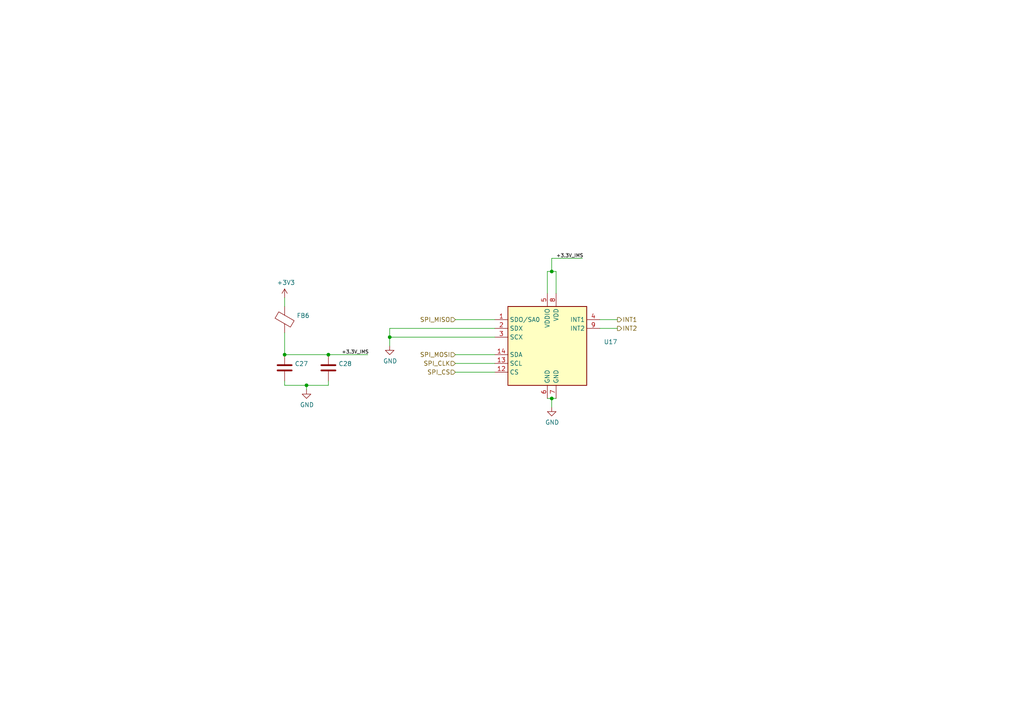
<source format=kicad_sch>
(kicad_sch (version 20211123) (generator eeschema)
  (paper "A4")
  (title_block (title "Accelerometer and Gyroscope"))
  (lib_symbols
    (symbol "Device:C" (pin_numbers hide) (pin_names (offset 0.254))
      (property "Reference" "C" (at 0.635 2.54 0))
      (property "Value" "C" (at 0.635 -2.54 0))
      (symbol "C_0_1"
        (polyline (pts (xy -2.032 -0.762) (xy 2.032 -0.762)) (stroke (width 0.508)))
        (polyline (pts (xy -2.032 0.762) (xy 2.032 0.762)) (stroke (width 0.508)))
      )
      (symbol "C_1_1"
        (pin passive line (at 0 3.81 270) (length 2.794) (name "~") (number "1"))
        (pin passive line (at 0 -3.81 90) (length 2.794) (name "~") (number "2"))
      )
    )
    (symbol "karta_pomiarowa_v2-rescue:+3.3V-power" (power) (pin_names (offset 0))
      (property "Value" "+3.3V-power" (at 0 3.556 0))
      (symbol "+3.3V-power_0_1"
        (polyline (pts (xy -0.762 1.27) (xy 0 2.54)))
        (polyline (pts (xy 0 0) (xy 0 2.54)))
        (polyline (pts (xy 0 2.54) (xy 0.762 1.27)))
      )
      (symbol "+3.3V-power_1_1"
        (pin power_in line (at 0 0 90) (length 0) hide (name "+3V3") (number "1"))
      )
    )
    (symbol "karta_pomiarowa_v2-rescue:Ferrite_Bead-Device" (pin_numbers hide) (pin_names (offset 0))
      (property "Reference" "FB" (at -3.81 0.635 90))
      (property "Value" "Ferrite_Bead-Device" (at 3.81 0 90))
      (symbol "Ferrite_Bead-Device_0_1"
        (polyline (pts (xy 0 -1.27) (xy 0 -1.2192)))
        (polyline (pts (xy 0 1.27) (xy 0 1.2954)))
        (polyline (pts (xy -2.7686 0.4064) (xy -1.7018 2.2606) (xy 2.7686 -0.3048) (xy 1.6764 -2.159) (xy -2.7686 0.4064)))
      )
      (symbol "Ferrite_Bead-Device_1_1"
        (pin passive line (at 0 3.81 270) (length 2.54) (name "~") (number "1"))
        (pin passive line (at 0 -3.81 90) (length 2.54) (name "~") (number "2"))
      )
    )
    (symbol "karta_pomiarowa_v2-rescue:LSM6DS3-Sensor_Motionn"
      (property "Reference" "U" (at -11.43 15.24 0))
      (property "Value" "LSM6DS3-Sensor_Motionn" (at -11.43 12.7 0))
      (symbol "LSM6DS3-Sensor_Motionn_0_1"
        (rectangle (start 11.43 11.43) (end -11.43 -11.43) (stroke (width 0.254)) (fill (type background)))
      )
      (symbol "LSM6DS3-Sensor_Motionn_1_1"
        (pin bidirectional line (at -15.24 7.62 0) (length 3.81) (name "SDO/SA0") (number "1"))
        (pin no_connect line (at 10.16 -5.08 180) (length 3.81) hide (name "NC") (number "10"))
        (pin no_connect line (at 10.16 -2.54 180) (length 3.81) hide (name "NC") (number "11"))
        (pin input line (at -15.24 -7.62 0) (length 3.81) (name "CS") (number "12"))
        (pin input line (at -15.24 -5.08 0) (length 3.81) (name "SCL") (number "13"))
        (pin bidirectional line (at -15.24 -2.54 0) (length 3.81) (name "SDA") (number "14"))
        (pin power_in line (at -15.24 5.08 0) (length 3.81) (name "SDX") (number "2"))
        (pin power_in line (at -15.24 2.54 0) (length 3.81) (name "SCX") (number "3"))
        (pin output line (at 15.24 7.62 180) (length 3.81) (name "INT1") (number "4"))
        (pin power_in line (at 0 15.24 270) (length 3.81) (name "VDDIO") (number "5"))
        (pin power_in line (at 0 -15.24 90) (length 3.81) (name "GND") (number "6"))
        (pin power_in line (at 2.54 -15.24 90) (length 3.81) (name "GND") (number "7"))
        (pin power_in line (at 2.54 15.24 270) (length 3.81) (name "VDD") (number "8"))
        (pin output line (at 15.24 5.08 180) (length 3.81) (name "INT2") (number "9"))
      )
    )
    (symbol "power:GND" (power) (pin_names (offset 0))
      (property "Value" "GND" (at 0 -3.81 0))
      (symbol "GND_0_1"
        (polyline (pts (xy 0 0) (xy 0 -1.27) (xy 1.27 -1.27) (xy 0 -2.54) (xy -1.27 -1.27) (xy 0 -1.27)))
      )
      (symbol "GND_1_1"
        (pin power_in line (at 0 0 270) (length 0) hide (name "GND") (number "1"))
      )
    )
  )
  (junction (at 82.55 102.87))
  (junction (at 160.02 78.74))
  (junction (at 95.25 102.87))
  (junction (at 160.02 115.57))
  (junction (at 88.9 111.76))
  (junction (at 113.03 97.79))
  (wire (pts (xy 95.25 102.87) (xy 106.68 102.87)))
  (wire (pts (xy 82.55 111.76) (xy 82.55 110.49)))
  (wire (pts (xy 82.55 86.36) (xy 82.55 88.9)))
  (wire (pts (xy 113.03 97.79) (xy 113.03 100.33)))
  (wire (pts (xy 143.51 107.95) (xy 132.08 107.95)))
  (wire (pts (xy 113.03 95.25) (xy 113.03 97.79)))
  (wire (pts (xy 143.51 97.79) (xy 113.03 97.79)))
  (wire (pts (xy 161.29 85.09) (xy 161.29 78.74)))
  (wire (pts (xy 143.51 95.25) (xy 113.03 95.25)))
  (wire (pts (xy 88.9 113.03) (xy 88.9 111.76)))
  (wire (pts (xy 160.02 115.57) (xy 158.75 115.57)))
  (wire (pts (xy 95.25 110.49) (xy 95.25 111.76)))
  (wire (pts (xy 95.25 111.76) (xy 88.9 111.76)))
  (wire (pts (xy 82.55 102.87) (xy 95.25 102.87)))
  (wire (pts (xy 160.02 115.57) (xy 160.02 118.11)))
  (wire (pts (xy 158.75 78.74) (xy 158.75 85.09)))
  (wire (pts (xy 173.99 92.71) (xy 179.07 92.71)))
  (wire (pts (xy 132.08 92.71) (xy 143.51 92.71)))
  (wire (pts (xy 160.02 74.93) (xy 168.91 74.93)))
  (wire (pts (xy 160.02 78.74) (xy 160.02 74.93)))
  (wire (pts (xy 161.29 78.74) (xy 160.02 78.74)))
  (wire (pts (xy 143.51 105.41) (xy 132.08 105.41)))
  (wire (pts (xy 160.02 78.74) (xy 158.75 78.74)))
  (wire (pts (xy 173.99 95.25) (xy 179.07 95.25)))
  (wire (pts (xy 143.51 102.87) (xy 132.08 102.87)))
  (wire (pts (xy 82.55 96.52) (xy 82.55 102.87)))
  (wire (pts (xy 161.29 115.57) (xy 160.02 115.57)))
  (wire (pts (xy 88.9 111.76) (xy 82.55 111.76)))
  (label "+3.3V_IMS" (at 161.29 74.93 0) (effects (font (size 0.9906 0.9906))))
  (label "+3.3V_IMS" (at 99.06 102.87 0) (effects (font (size 0.9906 0.9906))))
  (hierarchical_label "SPI_MOSI" (shape input) (at 132.08 102.87 180))
  (hierarchical_label "SPI_CS" (shape input) (at 132.08 107.95 180))
  (hierarchical_label "INT1" (shape output) (at 179.07 92.71 0))
  (hierarchical_label "INT2" (shape output) (at 179.07 95.25 0))
  (hierarchical_label "SPI_MISO" (shape input) (at 132.08 92.71 180))
  (hierarchical_label "SPI_CLK" (shape input) (at 132.08 105.41 180))
  (symbol (lib_id "power:GND") (at 88.9 113.03 0) (unit 1)
    (property "Reference" "#PWR071" (effects hide))
  )
  (symbol (lib_id "power:GND") (at 160.02 118.11 0) (unit 1)
    (property "Reference" "#PWR073" (effects hide))
  )
  (symbol (lib_id "karta_pomiarowa_v2-rescue:+3.3V-power") (at 82.55 86.36 0) (unit 1)
    (property "Reference" "#PWR070" (effects hide))
  )
  (symbol (lib_id "karta_pomiarowa_v2-rescue:Ferrite_Bead-Device") (at 82.55 92.71 0) (unit 1)
    (property "Reference" "FB6" (at 86.0298 91.5416 0) (effects (justify left)))
  )
  (symbol (lib_id "power:GND") (at 113.03 100.33 0) (unit 1)
    (property "Reference" "#PWR072" (effects hide))
  )
  (symbol (lib_id "Device:C") (at 82.55 106.68 0) (unit 1)
    (property "Reference" "C27" (at 85.471 105.5116 0) (effects (justify left)))
  )
  (symbol (lib_id "Device:C") (at 95.25 106.68 0) (unit 1)
    (property "Reference" "C28" (at 98.171 105.5116 0) (effects (justify left)))
  )
  (symbol (lib_id "karta_pomiarowa_v2-rescue:LSM6DS3-Sensor_Motionn") (at 158.75 100.33 0) (unit 1)
    (property "Reference" "U17" (at 175.1076 99.1616 0) (effects (justify left)))
    (property "Datasheet" "www.st.com/resource/en/datasheet/lsm6ds3.pdf" (effects hide))
  )
)
</source>
